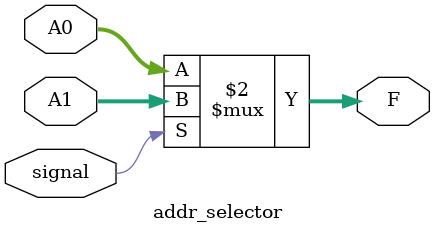
<source format=v>
`timescale 1ns / 1ps


module addr_selector(signal,A0,A1,F);
    input [4:0]A0;
    input [4:0]A1;
    input signal;
    output wire [4:0]F;
     
    assign F=signal==1'b0 ? A0 : A1;
    
endmodule

</source>
